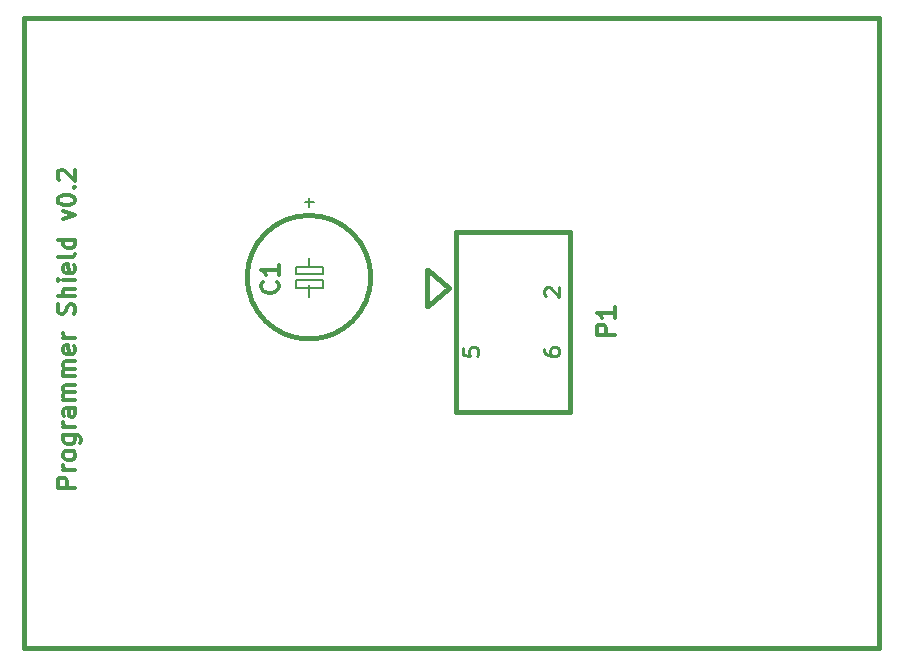
<source format=gto>
%TF.GenerationSoftware,KiCad,Pcbnew,5.1.9*%
%TF.CreationDate,2021-02-19T12:46:16-05:00*%
%TF.ProjectId,prog_shield,70726f67-5f73-4686-9965-6c642e6b6963,rev?*%
%TF.SameCoordinates,Original*%
%TF.FileFunction,Legend,Top*%
%TF.FilePolarity,Positive*%
%FSLAX46Y46*%
G04 Gerber Fmt 4.6, Leading zero omitted, Abs format (unit mm)*
G04 Created by KiCad (PCBNEW 5.1.9) date 2021-02-19 12:46:16*
%MOMM*%
%LPD*%
G01*
G04 APERTURE LIST*
%ADD10C,0.300000*%
%ADD11C,0.152400*%
%ADD12C,0.203200*%
%ADD13C,0.381000*%
%ADD14C,0.304800*%
%ADD15C,0.254000*%
G04 APERTURE END LIST*
D10*
X124059071Y-119156071D02*
X122559071Y-119156071D01*
X122559071Y-118584642D01*
X122630500Y-118441785D01*
X122701928Y-118370357D01*
X122844785Y-118298928D01*
X123059071Y-118298928D01*
X123201928Y-118370357D01*
X123273357Y-118441785D01*
X123344785Y-118584642D01*
X123344785Y-119156071D01*
X124059071Y-117656071D02*
X123059071Y-117656071D01*
X123344785Y-117656071D02*
X123201928Y-117584642D01*
X123130500Y-117513214D01*
X123059071Y-117370357D01*
X123059071Y-117227500D01*
X124059071Y-116513214D02*
X123987642Y-116656071D01*
X123916214Y-116727500D01*
X123773357Y-116798928D01*
X123344785Y-116798928D01*
X123201928Y-116727500D01*
X123130500Y-116656071D01*
X123059071Y-116513214D01*
X123059071Y-116298928D01*
X123130500Y-116156071D01*
X123201928Y-116084642D01*
X123344785Y-116013214D01*
X123773357Y-116013214D01*
X123916214Y-116084642D01*
X123987642Y-116156071D01*
X124059071Y-116298928D01*
X124059071Y-116513214D01*
X123059071Y-114727500D02*
X124273357Y-114727500D01*
X124416214Y-114798928D01*
X124487642Y-114870357D01*
X124559071Y-115013214D01*
X124559071Y-115227500D01*
X124487642Y-115370357D01*
X123987642Y-114727500D02*
X124059071Y-114870357D01*
X124059071Y-115156071D01*
X123987642Y-115298928D01*
X123916214Y-115370357D01*
X123773357Y-115441785D01*
X123344785Y-115441785D01*
X123201928Y-115370357D01*
X123130500Y-115298928D01*
X123059071Y-115156071D01*
X123059071Y-114870357D01*
X123130500Y-114727500D01*
X124059071Y-114013214D02*
X123059071Y-114013214D01*
X123344785Y-114013214D02*
X123201928Y-113941785D01*
X123130500Y-113870357D01*
X123059071Y-113727500D01*
X123059071Y-113584642D01*
X124059071Y-112441785D02*
X123273357Y-112441785D01*
X123130500Y-112513214D01*
X123059071Y-112656071D01*
X123059071Y-112941785D01*
X123130500Y-113084642D01*
X123987642Y-112441785D02*
X124059071Y-112584642D01*
X124059071Y-112941785D01*
X123987642Y-113084642D01*
X123844785Y-113156071D01*
X123701928Y-113156071D01*
X123559071Y-113084642D01*
X123487642Y-112941785D01*
X123487642Y-112584642D01*
X123416214Y-112441785D01*
X124059071Y-111727500D02*
X123059071Y-111727500D01*
X123201928Y-111727500D02*
X123130500Y-111656071D01*
X123059071Y-111513214D01*
X123059071Y-111298928D01*
X123130500Y-111156071D01*
X123273357Y-111084642D01*
X124059071Y-111084642D01*
X123273357Y-111084642D02*
X123130500Y-111013214D01*
X123059071Y-110870357D01*
X123059071Y-110656071D01*
X123130500Y-110513214D01*
X123273357Y-110441785D01*
X124059071Y-110441785D01*
X124059071Y-109727500D02*
X123059071Y-109727500D01*
X123201928Y-109727500D02*
X123130500Y-109656071D01*
X123059071Y-109513214D01*
X123059071Y-109298928D01*
X123130500Y-109156071D01*
X123273357Y-109084642D01*
X124059071Y-109084642D01*
X123273357Y-109084642D02*
X123130500Y-109013214D01*
X123059071Y-108870357D01*
X123059071Y-108656071D01*
X123130500Y-108513214D01*
X123273357Y-108441785D01*
X124059071Y-108441785D01*
X123987642Y-107156071D02*
X124059071Y-107298928D01*
X124059071Y-107584642D01*
X123987642Y-107727500D01*
X123844785Y-107798928D01*
X123273357Y-107798928D01*
X123130500Y-107727500D01*
X123059071Y-107584642D01*
X123059071Y-107298928D01*
X123130500Y-107156071D01*
X123273357Y-107084642D01*
X123416214Y-107084642D01*
X123559071Y-107798928D01*
X124059071Y-106441785D02*
X123059071Y-106441785D01*
X123344785Y-106441785D02*
X123201928Y-106370357D01*
X123130500Y-106298928D01*
X123059071Y-106156071D01*
X123059071Y-106013214D01*
X123987642Y-104441785D02*
X124059071Y-104227500D01*
X124059071Y-103870357D01*
X123987642Y-103727500D01*
X123916214Y-103656071D01*
X123773357Y-103584642D01*
X123630500Y-103584642D01*
X123487642Y-103656071D01*
X123416214Y-103727500D01*
X123344785Y-103870357D01*
X123273357Y-104156071D01*
X123201928Y-104298928D01*
X123130500Y-104370357D01*
X122987642Y-104441785D01*
X122844785Y-104441785D01*
X122701928Y-104370357D01*
X122630500Y-104298928D01*
X122559071Y-104156071D01*
X122559071Y-103798928D01*
X122630500Y-103584642D01*
X124059071Y-102941785D02*
X122559071Y-102941785D01*
X124059071Y-102298928D02*
X123273357Y-102298928D01*
X123130500Y-102370357D01*
X123059071Y-102513214D01*
X123059071Y-102727500D01*
X123130500Y-102870357D01*
X123201928Y-102941785D01*
X124059071Y-101584642D02*
X123059071Y-101584642D01*
X122559071Y-101584642D02*
X122630500Y-101656071D01*
X122701928Y-101584642D01*
X122630500Y-101513214D01*
X122559071Y-101584642D01*
X122701928Y-101584642D01*
X123987642Y-100298928D02*
X124059071Y-100441785D01*
X124059071Y-100727500D01*
X123987642Y-100870357D01*
X123844785Y-100941785D01*
X123273357Y-100941785D01*
X123130500Y-100870357D01*
X123059071Y-100727500D01*
X123059071Y-100441785D01*
X123130500Y-100298928D01*
X123273357Y-100227500D01*
X123416214Y-100227500D01*
X123559071Y-100941785D01*
X124059071Y-99370357D02*
X123987642Y-99513214D01*
X123844785Y-99584642D01*
X122559071Y-99584642D01*
X124059071Y-98156071D02*
X122559071Y-98156071D01*
X123987642Y-98156071D02*
X124059071Y-98298928D01*
X124059071Y-98584642D01*
X123987642Y-98727500D01*
X123916214Y-98798928D01*
X123773357Y-98870357D01*
X123344785Y-98870357D01*
X123201928Y-98798928D01*
X123130500Y-98727500D01*
X123059071Y-98584642D01*
X123059071Y-98298928D01*
X123130500Y-98156071D01*
X123059071Y-96441785D02*
X124059071Y-96084642D01*
X123059071Y-95727500D01*
X122559071Y-94870357D02*
X122559071Y-94727500D01*
X122630500Y-94584642D01*
X122701928Y-94513214D01*
X122844785Y-94441785D01*
X123130500Y-94370357D01*
X123487642Y-94370357D01*
X123773357Y-94441785D01*
X123916214Y-94513214D01*
X123987642Y-94584642D01*
X124059071Y-94727500D01*
X124059071Y-94870357D01*
X123987642Y-95013214D01*
X123916214Y-95084642D01*
X123773357Y-95156071D01*
X123487642Y-95227500D01*
X123130500Y-95227500D01*
X122844785Y-95156071D01*
X122701928Y-95084642D01*
X122630500Y-95013214D01*
X122559071Y-94870357D01*
X123916214Y-93727500D02*
X123987642Y-93656071D01*
X124059071Y-93727500D01*
X123987642Y-93798928D01*
X123916214Y-93727500D01*
X124059071Y-93727500D01*
X122701928Y-93084642D02*
X122630500Y-93013214D01*
X122559071Y-92870357D01*
X122559071Y-92513214D01*
X122630500Y-92370357D01*
X122701928Y-92298928D01*
X122844785Y-92227500D01*
X122987642Y-92227500D01*
X123201928Y-92298928D01*
X124059071Y-93156071D01*
X124059071Y-92227500D01*
D11*
%TO.C,C1*%
X143850000Y-99679000D02*
X143850000Y-100187000D01*
X143850000Y-102473000D02*
X143850000Y-102981000D01*
X143850000Y-95361000D02*
X143850000Y-94599000D01*
X144231000Y-94980000D02*
X143469000Y-94980000D01*
X143850000Y-101965000D02*
X143850000Y-102473000D01*
X144993000Y-100441000D02*
X143850000Y-100441000D01*
X144993000Y-101076000D02*
X144993000Y-100441000D01*
X142707000Y-101076000D02*
X144993000Y-101076000D01*
X142707000Y-100441000D02*
X142707000Y-101076000D01*
X143850000Y-100441000D02*
X142707000Y-100441000D01*
X143850000Y-100187000D02*
X143850000Y-100441000D01*
D12*
X142707000Y-101584000D02*
X144993000Y-101584000D01*
X144993000Y-101584000D02*
X144993000Y-102219000D01*
X142707000Y-102219000D02*
X144993000Y-102219000D01*
X142707000Y-101584000D02*
X142707000Y-102219000D01*
D13*
X149086344Y-101330000D02*
G75*
G03*
X149086344Y-101330000I-5236344J0D01*
G01*
%TO.C,SHIELD1*%
X119698000Y-132715000D02*
X119698000Y-79375000D01*
X119698000Y-132715000D02*
X189548000Y-132715000D01*
X189548000Y-79375000D02*
X119698000Y-79375000D01*
X189548000Y-79375000D02*
X192088000Y-79375000D01*
X189548000Y-132715000D02*
X192088000Y-132715000D01*
X192088000Y-79375000D02*
X192088000Y-132715000D01*
%TO.C,P1*%
X153898600Y-103791520D02*
X155676600Y-102267520D01*
X155674060Y-102267520D02*
X153896060Y-100743520D01*
X153863040Y-100730820D02*
X153863040Y-103733100D01*
X156337000Y-97472000D02*
X165989000Y-97472000D01*
X165989000Y-112712000D02*
X156337000Y-112712000D01*
X165989000Y-97472000D02*
X165989000Y-112712000D01*
X156337000Y-97472000D02*
X156337000Y-112712000D01*
%TO.C,C1*%
D14*
X141155785Y-101711000D02*
X141228357Y-101783571D01*
X141300928Y-102001285D01*
X141300928Y-102146428D01*
X141228357Y-102364142D01*
X141083214Y-102509285D01*
X140938071Y-102581857D01*
X140647785Y-102654428D01*
X140430071Y-102654428D01*
X140139785Y-102581857D01*
X139994642Y-102509285D01*
X139849500Y-102364142D01*
X139776928Y-102146428D01*
X139776928Y-102001285D01*
X139849500Y-101783571D01*
X139922071Y-101711000D01*
X141300928Y-100259571D02*
X141300928Y-101130428D01*
X141300928Y-100695000D02*
X139776928Y-100695000D01*
X139994642Y-100840142D01*
X140139785Y-100985285D01*
X140212357Y-101130428D01*
%TO.C,P1*%
X169726428Y-106216857D02*
X168202428Y-106216857D01*
X168202428Y-105636285D01*
X168275000Y-105491142D01*
X168347571Y-105418571D01*
X168492714Y-105346000D01*
X168710428Y-105346000D01*
X168855571Y-105418571D01*
X168928142Y-105491142D01*
X169000714Y-105636285D01*
X169000714Y-106216857D01*
X169726428Y-103894571D02*
X169726428Y-104765428D01*
X169726428Y-104330000D02*
X168202428Y-104330000D01*
X168420142Y-104475142D01*
X168565285Y-104620285D01*
X168637857Y-104765428D01*
D15*
X156911523Y-107329619D02*
X156911523Y-107934380D01*
X157516285Y-107994857D01*
X157455809Y-107934380D01*
X157395333Y-107813428D01*
X157395333Y-107511047D01*
X157455809Y-107390095D01*
X157516285Y-107329619D01*
X157637238Y-107269142D01*
X157939619Y-107269142D01*
X158060571Y-107329619D01*
X158121047Y-107390095D01*
X158181523Y-107511047D01*
X158181523Y-107813428D01*
X158121047Y-107934380D01*
X158060571Y-107994857D01*
X163769523Y-107390095D02*
X163769523Y-107632000D01*
X163830000Y-107752952D01*
X163890476Y-107813428D01*
X164071904Y-107934380D01*
X164313809Y-107994857D01*
X164797619Y-107994857D01*
X164918571Y-107934380D01*
X164979047Y-107873904D01*
X165039523Y-107752952D01*
X165039523Y-107511047D01*
X164979047Y-107390095D01*
X164918571Y-107329619D01*
X164797619Y-107269142D01*
X164495238Y-107269142D01*
X164374285Y-107329619D01*
X164313809Y-107390095D01*
X164253333Y-107511047D01*
X164253333Y-107752952D01*
X164313809Y-107873904D01*
X164374285Y-107934380D01*
X164495238Y-107994857D01*
X163890476Y-102914857D02*
X163830000Y-102854380D01*
X163769523Y-102733428D01*
X163769523Y-102431047D01*
X163830000Y-102310095D01*
X163890476Y-102249619D01*
X164011428Y-102189142D01*
X164132380Y-102189142D01*
X164313809Y-102249619D01*
X165039523Y-102975333D01*
X165039523Y-102189142D01*
%TD*%
M02*

</source>
